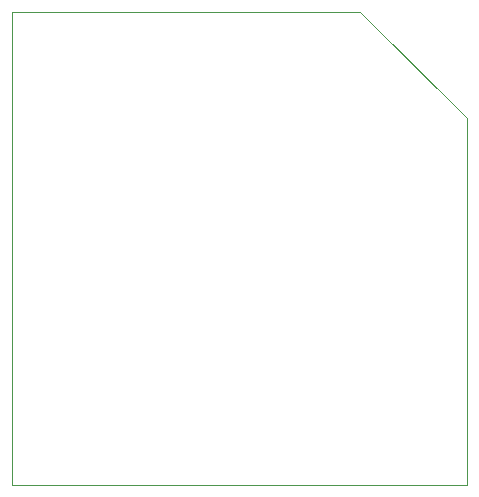
<source format=gbr>
%TF.GenerationSoftware,KiCad,Pcbnew,(6.0.0-0)*%
%TF.CreationDate,2023-01-16T12:19:11+01:00*%
%TF.ProjectId,core-v-mini-mcu-spiboot-fpga,636f7265-2d76-42d6-9d69-6e692d6d6375,rev?*%
%TF.SameCoordinates,Original*%
%TF.FileFunction,Profile,NP*%
%FSLAX46Y46*%
G04 Gerber Fmt 4.6, Leading zero omitted, Abs format (unit mm)*
G04 Created by KiCad (PCBNEW (6.0.0-0)) date 2023-01-16 12:19:11*
%MOMM*%
%LPD*%
G01*
G04 APERTURE LIST*
%TA.AperFunction,Profile*%
%ADD10C,0.100000*%
%TD*%
G04 APERTURE END LIST*
D10*
X114500000Y-80500000D02*
X114500000Y-111500000D01*
X114500000Y-111500000D02*
X76000000Y-111500000D01*
X76000000Y-111500000D02*
X76000000Y-71500000D01*
X76000000Y-71500000D02*
X105500000Y-71500000D01*
X105500000Y-71500000D02*
X114500000Y-80500000D01*
M02*

</source>
